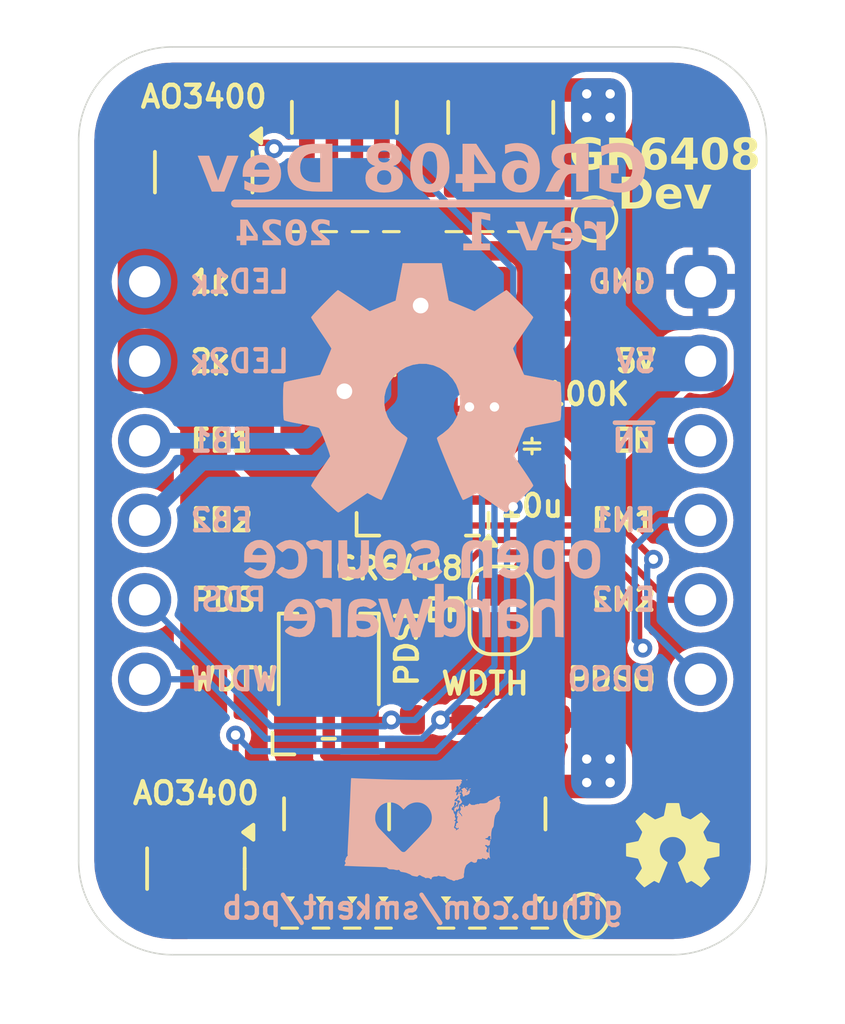
<source format=kicad_pcb>
(kicad_pcb (version 20240108) (generator "pcbnew") (generator_version "8.0")
  (layers (0 "F.Cu" signal) (31 "B.Cu" signal) (34 "B.Paste" user) (35 "F.Paste" user) (36 "B.SilkS" user "B.Silkscreen") (37 "F.SilkS" user "F.Silkscreen") (38 "B.Mask" user) (39 "F.Mask" user) (44 "Edge.Cuts" user))
  (net 0 "")
  (net 1 "+5V")
  (net 2 "GND")
  (net 3 "EN2")
  (net 4 "PDSO")
  (net 5 "EN1")
  (net 6 "ONBOARD_LED_EN")
  (net 7 "FB2")
  (net 8 "FB1")
  (net 9 "LED2_K")
  (net 10 "WIDTH")
  (net 11 "PDSI")
  (net 12 "LED1_K")
  (net 13 "Net-(JP1-B)")
  (net 14 "Net-(LED1-A)")
  (net 15 "Net-(LED2-A)")
  (net 16 "Net-(LED3-A)")
  (net 17 "Net-(LED4-A)")
  (net 18 "Net-(LED5-A)")
  (net 19 "Net-(LED6-A)")
  (net 20 "Net-(LED7-A)")
  (net 21 "Net-(LED8-A)")
  (net 22 "Net-(LED9-A)")
  (net 23 "Net-(LED10-A)")
  (net 24 "Net-(LED11-A)")
  (net 25 "Net-(LED12-A)")
  (net 26 "Net-(LED13-A)")
  (net 27 "Net-(LED14-A)")
  (net 28 "Net-(LED15-A)")
  (net 29 "Net-(LED16-A)")
  (net 30 "Net-(R1-Pad2)")
  (net 31 "Net-(R4-Pad2)")
  (net 38 "/LED1_K_PRE")
  (net 39 "/LED2_K_PRE")
  (footprint "discrete:R_0603_1608Metric" (layer "F.Cu") (at 125.25 65.25 -90)
    (property "Reference" "R7" (hide yes))
    (property "Value" "100K")
    (pad "1" smd roundrect (at -0.825 0 270) (size 0.8 0.95) (layers "F.Cu" "F.Paste" "F.Mask") (net 1 "+5V"))
    (pad "2" smd roundrect (at 0.825 0 270) (size 0.8 0.95) (layers "F.Cu" "F.Paste" "F.Mask") (net 6 "ONBOARD_LED_EN"))
  )
  (footprint "Resistor_SMD:R_Array_Convex_4x0603" (layer "F.Cu") (at 122.25 77 90)
    (property "Reference" "RN4" (hide yes))
    (property "Value" "1K")
    (pad "1" smd rect (at -0.9 -1.2 90) (size 0.8 0.5) (layers "F.Cu" "F.Paste" "F.Mask") (net 26 "Net-(LED13-A)"))
    (pad "2" smd rect (at -0.9 -0.4 90) (size 0.8 0.4) (layers "F.Cu" "F.Paste" "F.Mask") (net 27 "Net-(LED14-A)"))
    (pad "3" smd rect (at -0.9 0.4 90) (size 0.8 0.4) (layers "F.Cu" "F.Paste" "F.Mask") (net 28 "Net-(LED15-A)"))
    (pad "4" smd rect (at -0.9 1.2 90) (size 0.8 0.5) (layers "F.Cu" "F.Paste" "F.Mask") (net 29 "Net-(LED16-A)"))
    (pad "5" smd rect (at 0.9 1.2 90) (size 0.8 0.5) (layers "F.Cu" "F.Paste" "F.Mask") (net 1 "+5V"))
    (pad "6" smd rect (at 0.9 0.4 90) (size 0.8 0.4) (layers "F.Cu" "F.Paste" "F.Mask") (net 1 "+5V"))
    (pad "7" smd rect (at 0.9 -0.4 90) (size 0.8 0.4) (layers "F.Cu" "F.Paste" "F.Mask") (net 1 "+5V"))
    (pad "8" smd rect (at 0.9 -1.2 90) (size 0.8 0.5) (layers "F.Cu" "F.Paste" "F.Mask") (net 1 "+5V"))
  )
  (footprint "Resistor_SMD:R_Array_Convex_4x0603" (layer "F.Cu") (at 122.5 54.75 90)
    (property "Reference" "RN2" (hide yes))
    (property "Value" "1K")
    (pad "1" smd rect (at -0.9 -1.2 90) (size 0.8 0.5) (layers "F.Cu" "F.Paste" "F.Mask") (net 18 "Net-(LED5-A)"))
    (pad "2" smd rect (at -0.9 -0.4 90) (size 0.8 0.4) (layers "F.Cu" "F.Paste" "F.Mask") (net 19 "Net-(LED6-A)"))
    (pad "3" smd rect (at -0.9 0.4 90) (size 0.8 0.4) (layers "F.Cu" "F.Paste" "F.Mask") (net 20 "Net-(LED7-A)"))
    (pad "4" smd rect (at -0.9 1.2 90) (size 0.8 0.5) (layers "F.Cu" "F.Paste" "F.Mask") (net 21 "Net-(LED8-A)"))
    (pad "5" smd rect (at 0.9 1.2 90) (size 0.8 0.5) (layers "F.Cu" "F.Paste" "F.Mask") (net 1 "+5V"))
    (pad "6" smd rect (at 0.9 0.4 90) (size 0.8 0.4) (layers "F.Cu" "F.Paste" "F.Mask") (net 1 "+5V"))
    (pad "7" smd rect (at 0.9 -0.4 90) (size 0.8 0.4) (layers "F.Cu" "F.Paste" "F.Mask") (net 1 "+5V"))
    (pad "8" smd rect (at 0.9 -1.2 90) (size 0.8 0.5) (layers "F.Cu" "F.Paste" "F.Mask") (net 1 "+5V"))
  )
  (footprint "discrete:Potentiometer_3.8mmx3.0mm_Vertical" (layer "F.Cu") (at 117 72.5 90)
    (property "Reference" "RV1" (hide yes))
    (property "Value" "500K")
    (pad "1" smd rect (at -1.8 -1 90) (size 1.2 1.2) (layers "F.Cu" "F.Paste" "F.Mask") (net 1 "+5V"))
    (pad "2" smd rect (at 1.45 0 90) (size 1.5 1.6) (layers "F.Cu" "F.Paste" "F.Mask"))
    (pad "3" smd rect (at -1.8 1 90) (size 1.2 1.2) (layers "F.Cu" "F.Paste" "F.Mask") (net 11 "PDSI"))
  )
  (footprint "discrete:R_0603_1608Metric" (layer "F.Cu") (at 116.75 60 180)
    (property "Reference" "R3" (hide yes))
    (property "Value" "1R")
    (pad "1" smd roundrect (at -0.825 0 180) (size 0.8 0.95) (layers "F.Cu" "F.Paste" "F.Mask") (net 30 "Net-(R1-Pad2)"))
    (pad "2" smd roundrect (at 0.825 0 180) (size 0.8 0.95) (layers "F.Cu" "F.Paste" "F.Mask") (net 2 "GND"))
  )
  (footprint "discrete:R_0603_1608Metric" (layer "F.Cu") (at 123.25 60)
    (property "Reference" "R6" (hide yes))
    (property "Value" "1R")
    (pad "1" smd roundrect (at -0.825 0) (size 0.8 0.95) (layers "F.Cu" "F.Paste" "F.Mask") (net 31 "Net-(R4-Pad2)"))
    (pad "2" smd roundrect (at 0.825 0) (size 0.8 0.95) (layers "F.Cu" "F.Paste" "F.Mask") (net 2 "GND"))
  )
  (footprint "discrete:LED_0402_1005Metric" (layer "F.Cu") (at 116 57.5 90)
    (property "Reference" "LED1" (hide yes))
    (property "Value" "LED_Small")
    (pad "1" smd roundrect (at -0.485 0 90) (size 0.59 0.64) (layers "F.Cu" "F.Paste" "F.Mask") (net 38 "/LED1_K_PRE"))
    (pad "2" smd roundrect (at 0.485 0 90) (size 0.59 0.64) (layers "F.Cu" "F.Paste" "F.Mask") (net 14 "Net-(LED1-A)"))
  )
  (footprint "Package_TO_SOT_SMD:SOT-23" (layer "F.Cu") (at 113 56.5 -90)
    (property "Reference" "Q1" (hide yes))
    (property "Value" "AO3400A")
    (pad "1" smd roundrect (at -0.9375 -0.95 270) (size 1.475 0.6) (layers "F.Cu" "F.Paste" "F.Mask") (net 6 "ONBOARD_LED_EN"))
    (pad "2" smd roundrect (at -0.9375 0.95 270) (size 1.475 0.6) (layers "F.Cu" "F.Paste" "F.Mask") (net 12 "LED1_K"))
    (pad "3" smd roundrect (at 0.9375 0 270) (size 1.475 0.6) (layers "F.Cu" "F.Paste" "F.Mask") (net 38 "/LED1_K_PRE"))
  )
  (footprint "discrete:LED_0402_1005Metric" (layer "F.Cu") (at 123.75 79.75 90)
    (property "Reference" "LED16" (hide yes))
    (property "Value" "LED_Small")
    (pad "1" smd roundrect (at -0.485 0 90) (size 0.59 0.64) (layers "F.Cu" "F.Paste" "F.Mask") (net 39 "/LED2_K_PRE"))
    (pad "2" smd roundrect (at 0.485 0 90) (size 0.59 0.64) (layers "F.Cu" "F.Paste" "F.Mask") (net 29 "Net-(LED16-A)"))
  )
  (footprint "TestPoint:TestPoint_Pad_D1.0mm" (layer "F.Cu") (at 125.5 58)
    (property "Reference" "TP1" (hide yes))
    (property "Value" "TestPoint")
    (pad "1" smd circle (at 0 0) (size 1 1) (layers "F.Cu" "F.Mask") (net 38 "/LED1_K_PRE"))
  )
  (footprint "discrete:LED_0402_1005Metric" (layer "F.Cu") (at 116.75 79.75 90)
    (property "Reference" "LED10" (hide yes))
    (property "Value" "LED_Small")
    (pad "1" smd roundrect (at -0.485 0 90) (size 0.59 0.64) (layers "F.Cu" "F.Paste" "F.Mask") (net 39 "/LED2_K_PRE"))
    (pad "2" smd roundrect (at 0.485 0 90) (size 0.59 0.64) (layers "F.Cu" "F.Paste" "F.Mask") (net 23 "Net-(LED10-A)"))
  )
  (footprint "discrete:R_0603_1608Metric" (layer "F.Cu") (at 123.5 74)
    (property "Reference" "R9" (hide yes))
    (property "Value" "510K")
    (pad "1" smd roundrect (at -0.825 0) (size 0.8 0.95) (layers "F.Cu" "F.Paste" "F.Mask") (net 10 "WIDTH"))
    (pad "2" smd roundrect (at 0.825 0) (size 0.8 0.95) (layers "F.Cu" "F.Paste" "F.Mask") (net 2 "GND"))
  )
  (footprint "discrete:LED_0402_1005Metric" (layer "F.Cu") (at 120.75 79.75 90)
    (property "Reference" "LED13" (hide yes))
    (property "Value" "LED_Small")
    (pad "1" smd roundrect (at -0.485 0 90) (size 0.59 0.64) (layers "F.Cu" "F.Paste" "F.Mask") (net 39 "/LED2_K_PRE"))
    (pad "2" smd roundrect (at 0.485 0 90) (size 0.59 0.64) (layers "F.Cu" "F.Paste" "F.Mask") (net 26 "Net-(LED13-A)"))
  )
  (footprint "discrete:LED_0402_1005Metric" (layer "F.Cu") (at 124 57.5 90)
    (property "Reference" "LED8" (hide yes))
    (property "Value" "LED_Small")
    (pad "1" smd roundrect (at -0.485 0 90) (size 0.59 0.64) (layers "F.Cu" "F.Paste" "F.Mask") (net 38 "/LED1_K_PRE"))
    (pad "2" smd roundrect (at 0.485 0 90) (size 0.59 0.64) (layers "F.Cu" "F.Paste" "F.Mask") (net 21 "Net-(LED8-A)"))
  )
  (footprint "discrete:R_0603_1608Metric" (layer "F.Cu") (at 116.75 61.5 180)
    (property "Reference" "R2" (hide yes))
    (property "Value" "1R")
    (pad "1" smd roundrect (at -0.825 0 180) (size 0.8 0.95) (layers "F.Cu" "F.Paste" "F.Mask") (net 30 "Net-(R1-Pad2)"))
    (pad "2" smd roundrect (at 0.825 0 180) (size 0.8 0.95) (layers "F.Cu" "F.Paste" "F.Mask") (net 2 "GND"))
  )
  (footprint "discrete:R_0603_1608Metric" (layer "F.Cu") (at 119 60.75 90)
    (property "Reference" "R1" (hide yes))
    (property "Value" "1R")
    (pad "1" smd roundrect (at -0.825 0 90) (size 0.8 0.95) (layers "F.Cu" "F.Paste" "F.Mask") (net 8 "FB1"))
    (pad "2" smd roundrect (at 0.825 0 90) (size 0.8 0.95) (layers "F.Cu" "F.Paste" "F.Mask") (net 30 "Net-(R1-Pad2)"))
  )
  (footprint "discrete:R_0603_1608Metric" (layer "F.Cu") (at 120.5 74)
    (property "Reference" "R8" (hide yes))
    (property "Value" "2M")
    (pad "1" smd roundrect (at -0.825 0) (size 0.8 0.95) (layers "F.Cu" "F.Paste" "F.Mask") (net 11 "PDSI"))
    (pad "2" smd roundrect (at 0.825 0) (size 0.8 0.95) (layers "F.Cu" "F.Paste" "F.Mask") (net 10 "WIDTH"))
  )
  (footprint "discrete:LED_0402_1005Metric" (layer "F.Cu") (at 118.75 79.75 90)
    (property "Reference" "LED12" (hide yes))
    (property "Value" "LED_Small")
    (pad "1" smd roundrect (at -0.485 0 90) (size 0.59 0.64) (layers "F.Cu" "F.Paste" "F.Mask") (net 39 "/LED2_K_PRE"))
    (pad "2" smd roundrect (at 0.485 0 90) (size 0.59 0.64) (layers "F.Cu" "F.Paste" "F.Mask") (net 25 "Net-(LED12-A)"))
  )
  (footprint "TestPoint:TestPoint_Pad_D1.0mm" (layer "F.Cu") (at 125.25 80.25)
    (property "Reference" "TP2" (hide yes))
    (property "Value" "TestPoint")
    (pad "1" smd circle (at 0 0) (size 1 1) (layers "F.Cu" "F.Mask") (net 39 "/LED2_K_PRE"))
  )
  (footprint "discrete:LED_0402_1005Metric" (layer "F.Cu") (at 117.75 79.75 90)
    (property "Reference" "LED11" (hide yes))
    (property "Value" "LED_Small")
    (pad "1" smd roundrect (at -0.485 0 90) (size 0.59 0.64) (layers "F.Cu" "F.Paste" "F.Mask") (net 39 "/LED2_K_PRE"))
    (pad "2" smd roundrect (at 0.485 0 90) (size 0.59 0.64) (layers "F.Cu" "F.Paste" "F.Mask") (net 24 "Net-(LED11-A)"))
  )
  (footprint "discrete:LED_0402_1005Metric" (layer "F.Cu") (at 121.75 79.75 90)
    (property "Reference" "LED14" (hide yes))
    (property "Value" "LED_Small")
    (pad "1" smd roundrect (at -0.485 0 90) (size 0.59 0.64) (layers "F.Cu" "F.Paste" "F.Mask") (net 39 "/LED2_K_PRE"))
    (pad "2" smd roundrect (at 0.485 0 90) (size 0.59 0.64) (layers "F.Cu" "F.Paste" "F.Mask") (net 27 "Net-(LED14-A)"))
  )
  (footprint "discrete:C_0603_1608Metric" (layer "F.Cu") (at 123.5 65.25 -90)
    (property "Reference" "C1" (hide yes))
    (property "Value" "10u")
    (pad "1" smd roundrect (at -0.775 0 270) (size 0.9 0.95) (layers "F.Cu" "F.Paste" "F.Mask") (net 1 "+5V"))
    (pad "2" smd roundrect (at 0.775 0 270) (size 0.9 0.95) (layers "F.Cu" "F.Paste" "F.Mask") (net 2 "GND"))
  )
  (footprint "discrete:LED_0402_1005Metric" (layer "F.Cu") (at 121 57.5 90)
    (property "Reference" "LED5" (hide yes))
    (property "Value" "LED_Small")
    (pad "1" smd roundrect (at -0.485 0 90) (size 0.59 0.64) (layers "F.Cu" "F.Paste" "F.Mask") (net 38 "/LED1_K_PRE"))
    (pad "2" smd roundrect (at 0.485 0 90) (size 0.59 0.64) (layers "F.Cu" "F.Paste" "F.Mask") (net 18 "Net-(LED5-A)"))
  )
  (footprint "discrete:R_0603_1608Metric" (layer "F.Cu") (at 123.25 61.5)
    (property "Reference" "R5" (hide yes))
    (property "Value" "1R")
    (pad "1" smd roundrect (at -0.825 0) (size 0.8 0.95) (layers "F.Cu" "F.Paste" "F.Mask") (net 31 "Net-(R4-Pad2)"))
    (pad "2" smd roundrect (at 0.825 0) (size 0.8 0.95) (layers "F.Cu" "F.Paste" "F.Mask") (net 2 "GND"))
  )
  (footprint "Package_TO_SOT_SMD:SOT-23" (layer "F.Cu") (at 112.75 78.75 -90)
    (property "Reference" "Q2" (hide yes))
    (property "Value" "AO3400A")
    (pad "1" smd roundrect (at -0.9375 -0.95 270) (size 1.475 0.6) (layers "F.Cu" "F.Paste" "F.Mask") (net 6 "ONBOARD_LED_EN"))
    (pad "2" smd roundrect (at -0.9375 0.95 270) (size 1.475 0.6) (layers "F.Cu" "F.Paste" "F.Mask") (net 9 "LED2_K"))
    (pad "3" smd roundrect (at 0.9375 0 270) (size 1.475 0.6) (layers "F.Cu" "F.Paste" "F.Mask") (net 39 "/LED2_K_PRE"))
  )
  (footprint "discrete:LED_0402_1005Metric" (layer "F.Cu") (at 122 57.5 90)
    (property "Reference" "LED6" (hide yes))
    (property "Value" "LED_Small")
    (pad "1" smd roundrect (at -0.485 0 90) (size 0.59 0.64) (layers "F.Cu" "F.Paste" "F.Mask") (net 38 "/LED1_K_PRE"))
    (pad "2" smd roundrect (at 0.485 0 90) (size 0.59 0.64) (layers "F.Cu" "F.Paste" "F.Mask") (net 19 "Net-(LED6-A)"))
  )
  (footprint "discrete:LED_0402_1005Metric" (layer "F.Cu") (at 118 57.5 90)
    (property "Reference" "LED3" (hide yes))
    (property "Value" "LED_Small")
    (pad "1" smd roundrect (at -0.485 0 90) (size 0.59 0.64) (layers "F.Cu" "F.Paste" "F.Mask") (net 38 "/LED1_K_PRE"))
    (pad "2" smd roundrect (at 0.485 0 90) (size 0.59 0.64) (layers "F.Cu" "F.Paste" "F.Mask") (net 16 "Net-(LED3-A)"))
  )
  (footprint "discrete:LED_0402_1005Metric" (layer "F.Cu") (at 122.75 79.75 90)
    (property "Reference" "LED15" (hide yes))
    (property "Value" "LED_Small")
    (pad "1" smd roundrect (at -0.485 0 90) (size 0.59 0.64) (layers "F.Cu" "F.Paste" "F.Mask") (net 39 "/LED2_K_PRE"))
    (pad "2" smd roundrect (at 0.485 0 90) (size 0.59 0.64) (layers "F.Cu" "F.Paste" "F.Mask") (net 28 "Net-(LED15-A)"))
  )
  (footprint "Jumper:SolderJumper-2_P1.3mm_Open_RoundedPad1.0x1.5mm" (layer "F.Cu") (at 122.5 70.5 90)
    (property "Reference" "JP1" (hide yes))
    (property "Value" "SolderJumper_2_Open")
    (pad "1" smd custom (at -0.65 0 90) (size 1 0.5) (layers "F.Cu" "F.Mask") (net 2 "GND") (options (clearance outline) (anchor rect)) (primitives (gr_circle (center 0 0.25) (end 0.5 0.25) (width 0) (fill yes)) (gr_circle (center 0 -0.25) (end 0.5 -0.25) (width 0) (fill yes)) (gr_poly (pts (xy 0.5 0.75) (xy 0 0.75) (xy 0 -0.75) (xy 0.5 -0.75)) (width 0) (fill yes))))
    (pad "2" smd custom (at 0.65 0 90) (size 1 0.5) (layers "F.Cu" "F.Mask") (net 13 "Net-(JP1-B)") (options (clearance outline) (anchor rect)) (primitives (gr_circle (center 0 0.25) (end 0.5 0.25) (width 0) (fill yes)) (gr_circle (center 0 -0.25) (end 0.5 -0.25) (width 0) (fill yes)) (gr_poly (pts (xy 0 0.75) (xy -0.5 0.75) (xy -0.5 -0.75) (xy 0 -0.75)) (width 0) (fill yes))))
  )
  (footprint "graphics:oshw-logo-3mm" (layer "F.Cu") (at 128 78)
    (property "Reference" "G***" (hide yes))
    (property "Value" "LOGO" (hide yes))
  )
  (footprint "discrete:LED_0402_1005Metric" (layer "F.Cu") (at 119 57.5 90)
    (property "Reference" "LED4" (hide yes))
    (property "Value" "LED_Small")
    (pad "1" smd roundrect (at -0.485 0 90) (size 0.59 0.64) (layers "F.Cu" "F.Paste" "F.Mask") (net 38 "/LED1_K_PRE"))
    (pad "2" smd roundrect (at 0.485 0 90) (size 0.59 0.64) (layers "F.Cu" "F.Paste" "F.Mask") (net 17 "Net-(LED4-A)"))
  )
  (footprint "discrete:R_0603_1608Metric" (layer "F.Cu") (at 121 60.75 90)
    (property "Reference" "R4" (hide yes))
    (property "Value" "1R")
    (pad "1" smd roundrect (at -0.825 0 90) (size 0.8 0.95) (layers "F.Cu" "F.Paste" "F.Mask") (net 7 "FB2"))
    (pad "2" smd roundrect (at 0.825 0 90) (size 0.8 0.95) (layers "F.Cu" "F.Paste" "F.Mask") (net 31 "Net-(R4-Pad2)"))
  )
  (footprint "discrete:LED_0402_1005Metric" (layer "F.Cu") (at 115.75 79.75 90)
    (property "Reference" "LED9" (hide yes))
    (property "Value" "LED_Small")
    (pad "1" smd roundrect (at -0.485 0 90) (size 0.59 0.64) (layers "F.Cu" "F.Paste" "F.Mask") (net 39 "/LED2_K_PRE"))
    (pad "2" smd roundrect (at 0.485 0 90) (size 0.59 0.64) (layers "F.Cu" "F.Paste" "F.Mask") (net 22 "Net-(LED9-A)"))
  )
  (footprint "Package_DFN_QFN:QFN-16-1EP_4x4mm_P0.65mm_EP2.5x2.5mm" (layer "F.Cu") (at 120 66 180)
    (property "Reference" "U1" (hide yes))
    (property "Value" "GR6408")
    (pad "1" smd roundrect (at -1.9375 -0.975 180) (size 0.825 0.3) (layers "F.Cu" "F.Paste" "F.Mask"))
    (pad "2" smd roundrect (at -1.9375 -0.325 180) (size 0.825 0.3) (layers "F.Cu" "F.Paste" "F.Mask"))
    (pad "3" smd roundrect (at -1.9375 0.325 180) (size 0.825 0.3) (layers "F.Cu" "F.Paste" "F.Mask"))
    (pad "4" smd roundrect (at -1.9375 0.975 180) (size 0.825 0.3) (layers "F.Cu" "F.Paste" "F.Mask") (net 1 "+5V"))
    (pad "5" smd roundrect (at -0.975 1.9375 180) (size 0.3 0.825) (layers "F.Cu" "F.Paste" "F.Mask") (net 11 "PDSI"))
    (pad "6" smd roundrect (at -0.325 1.9375 180) (size 0.3 0.825) (layers "F.Cu" "F.Paste" "F.Mask") (net 10 "WIDTH"))
    (pad "7" smd roundrect (at 0.325 1.9375 180) (size 0.3 0.825) (layers "F.Cu" "F.Paste" "F.Mask") (net 2 "GND"))
    (pad "8" smd roundrect (at 0.975 1.9375 180) (size 0.3 0.825) (layers "F.Cu" "F.Paste" "F.Mask") (net 7 "FB2"))
    (pad "9" smd roundrect (at 1.9375 0.975 180) (size 0.825 0.3) (layers "F.Cu" "F.Paste" "F.Mask") (net 8 "FB1"))
    (pad "10" smd roundrect (at 1.9375 0.325 180) (size 0.825 0.3) (layers "F.Cu" "F.Paste" "F.Mask"))
    (pad "11" smd roundrect (at 1.9375 -0.325 180) (size 0.825 0.3) (layers "F.Cu" "F.Paste" "F.Mask") (net 12 "LED1_K"))
    (pad "12" smd roundrect (at 1.9375 -0.975 180) (size 0.825 0.3) (layers "F.Cu" "F.Paste" "F.Mask") (net 9 "LED2_K"))
    (pad "13" smd roundrect (at 0.975 -1.9375 180) (size 0.3 0.825) (layers "F.Cu" "F.Paste" "F.Mask"))
    (pad "14" smd roundrect (at 0.325 -1.9375 180) (size 0.3 0.825) (layers "F.Cu" "F.Paste" "F.Mask") (net 5 "EN1"))
    (pad "15" smd roundrect (at -0.325 -1.9375 180) (size 0.3 0.825) (layers "F.Cu" "F.Paste" "F.Mask") (net 3 "EN2"))
    (pad "16" smd roundrect (at -0.975 -1.9375 180) (size 0.3 0.825) (layers "F.Cu" "F.Paste" "F.Mask") (net 4 "PDSO"))
    (pad "17" smd rect (at 0 0 180) (size 2.5 2.5) (property pad_prop_heatsink) (layers "F.Cu" "F.Mask") (net 13 "Net-(JP1-B)"))
  )
  (footprint "discrete:LED_0402_1005Metric" (layer "F.Cu") (at 123 57.5 90)
    (property "Reference" "LED7" (hide yes))
    (property "Value" "LED_Small")
    (pad "1" smd roundrect (at -0.485 0 90) (size 0.59 0.64) (layers "F.Cu" "F.Paste" "F.Mask") (net 38 "/LED1_K_PRE"))
    (pad "2" smd roundrect (at 0.485 0 90) (size 0.59 0.64) (layers "F.Cu" "F.Paste" "F.Mask") (net 20 "Net-(LED7-A)"))
  )
  (footprint "Resistor_SMD:R_Array_Convex_4x0603" (layer "F.Cu") (at 117.5 54.75 90)
    (property "Reference" "RN1" (hide yes))
    (property "Value" "1K")
    (pad "1" smd rect (at -0.9 -1.2 90) (size 0.8 0.5) (layers "F.Cu" "F.Paste" "F.Mask") (net 14 "Net-(LED1-A)"))
    (pad "2" smd rect (at -0.9 -0.4 90) (size 0.8 0.4) (layers "F.Cu" "F.Paste" "F.Mask") (net 15 "Net-(LED2-A)"))
    (pad "3" smd rect (at -0.9 0.4 90) (size 0.8 0.4) (layers "F.Cu" "F.Paste" "F.Mask") (net 16 "Net-(LED3-A)"))
    (pad "4" smd rect (at -0.9 1.2 90) (size 0.8 0.5) (layers "F.Cu" "F.Paste" "F.Mask") (net 17 "Net-(LED4-A)"))
    (pad "5" smd rect (at 0.9 1.2 90) (size 0.8 0.5) (layers "F.Cu" "F.Paste" "F.Mask") (net 1 "+5V"))
    (pad "6" smd rect (at 0.9 0.4 90) (size 0.8 0.4) (layers "F.Cu" "F.Paste" "F.Mask") (net 1 "+5V"))
    (pad "7" smd rect (at 0.9 -0.4 90) (size 0.8 0.4) (layers "F.Cu" "F.Paste" "F.Mask") (net 1 "+5V"))
    (pad "8" smd rect (at 0.9 -1.2 90) (size 0.8 0.5) (layers "F.Cu" "F.Paste" "F.Mask") (net 1 "+5V"))
  )
  (footprint "Resistor_SMD:R_Array_Convex_4x0603" (layer "F.Cu") (at 117.25 77 90)
    (property "Reference" "RN3" (hide yes))
    (property "Value" "1K")
    (pad "1" smd rect (at -0.9 -1.2 90) (size 0.8 0.5) (layers "F.Cu" "F.Paste" "F.Mask") (net 22 "Net-(LED9-A)"))
    (pad "2" smd rect (at -0.9 -0.4 90) (size 0.8 0.4) (layers "F.Cu" "F.Paste" "F.Mask") (net 23 "Net-(LED10-A)"))
    (pad "3" smd rect (at -0.9 0.4 90) (size 0.8 0.4) (layers "F.Cu" "F.Paste" "F.Mask") (net 24 "Net-(LED11-A)"))
    (pad "4" smd rect (at -0.9 1.2 90) (size 0.8 0.5) (layers "F.Cu" "F.Paste" "F.Mask") (net 25 "Net-(LED12-A)"))
    (pad "5" smd rect (at 0.9 1.2 90) (size 0.8 0.5) (layers "F.Cu" "F.Paste" "F.Mask") (net 1 "+5V"))
    (pad "6" smd rect (at 0.9 0.4 90) (size 0.8 0.4) (layers "F.Cu" "F.Paste" "F.Mask") (net 1 "+5V"))
    (pad "7" smd rect (at 0.9 -0.4 90) (size 0.8 0.4) (layers "F.Cu" "F.Paste" "F.Mask") (net 1 "+5V"))
    (pad "8" smd rect (at 0.9 -1.2 90) (size 0.8 0.5) (layers "F.Cu" "F.Paste" "F.Mask") (net 1 "+5V"))
  )
  (footprint "discrete:LED_0402_1005Metric" (layer "F.Cu") (at 117 57.5 90)
    (property "Reference" "LED2" (hide yes))
    (property "Value" "LED_Small")
    (pad "1" smd roundrect (at -0.485 0 90) (size 0.59 0.64) (layers "F.Cu" "F.Paste" "F.Mask") (net 38 "/LED1_K_PRE"))
    (pad "2" smd roundrect (at 0.485 0 90) (size 0.59 0.64) (layers "F.Cu" "F.Paste" "F.Mask") (net 15 "Net-(LED2-A)"))
  )
  (footprint "graphics:wa-state-heart-5mm" (layer "B.Cu") (at 120 77.5 180)
    (property "Reference" "G***" (hide yes))
    (property "Value" "LOGO" (hide yes))
  )
  (footprint "Symbol:OSHW-Logo_11.4x12mm_SilkScreen" (layer "B.Cu") (at 120 65.375 180)
    (property "Reference" "REF**" (hide yes))
    (property "Value" "OSHW-Logo_11.4x12mm_SilkScreen" (hide yes))
  )
  (footprint "custom:PinHeader_1x06_P2.54mm_Vertical_simple" (layer "B.Cu") (at 111.11 60 180)
    (property "Reference" "J2" (hide yes))
    (property "Value" "Pin headers")
    (pad "1" thru_hole oval (at 0 0 180) (size 1.7 1.7) (drill 1) (layers "*.Cu" "*.Mask") (net 12 "LED1_K"))
    (pad "2" thru_hole oval (at 0 -2.54 180) (size 1.7 1.7) (drill 1) (layers "*.Cu" "*.Mask") (net 9 "LED2_K"))
    (pad "3" thru_hole oval (at 0 -5.08 180) (size 1.7 1.7) (drill 1) (layers "*.Cu" "*.Mask") (net 8 "FB1"))
    (pad "4" thru_hole oval (at 0 -7.62 180) (size 1.7 1.7) (drill 1) (layers "*.Cu" "*.Mask") (net 7 "FB2"))
    (pad "5" thru_hole oval (at 0 -10.16 180) (size 1.7 1.7) (drill 1) (layers "*.Cu" "*.Mask") (net 11 "PDSI"))
    (pad "6" thru_hole oval (at 0 -12.7 180) (size 1.7 1.7) (drill 1) (layers "*.Cu" "*.Mask") (net 10 "WIDTH"))
  )
  (footprint "custom:PinHeader_1x06_P2.54mm_Vertical_simple_pad1gnd" (layer "B.Cu") (at 128.89 60 180)
    (property "Reference" "J1" (hide yes))
    (property "Value" "Pin headers")
    (pad "1" thru_hole roundrect (at 0 0 180) (size 1.7 1.7) (drill 1) (layers "*.Cu" "*.Mask") (net 2 "GND"))
    (pad "2" thru_hole oval (at 0 -2.54 180) (size 1.7 1.7) (drill 1) (layers "*.Cu" "*.Mask") (net 1 "+5V"))
    (pad "3" thru_hole oval (at 0 -5.08 180) (size 1.7 1.7) (drill 1) (layers "*.Cu" "*.Mask") (net 6 "ONBOARD_LED_EN"))
    (pad "4" thru_hole oval (at 0 -7.62 180) (size 1.7 1.7) (drill 1) (layers "*.Cu" "*.Mask") (net 5 "EN1"))
    (pad "5" thru_hole oval (at 0 -10.16 180) (size 1.7 1.7) (drill 1) (layers "*.Cu" "*.Mask") (net 3 "EN2"))
    (pad "6" thru_hole oval (at 0 -12.7 180) (size 1.7 1.7) (drill 1) (layers "*.Cu" "*.Mask") (net 4 "PDSO"))
  )
  (gr_line (start 126 57.5) (end 114 57.5) (stroke (width 0.25)) (layer "B.SilkS"))
  (gr_arc (start 128 52.5) (mid 130.12132 53.37868) (end 131 55.5) (stroke (width 0.05)) (layer "Edge.Cuts"))
  (gr_arc (start 131 78.5) (mid 130.12132 80.62132) (end 128 81.5) (stroke (width 0.05)) (layer "Edge.Cuts"))
  (gr_line (start 131 55.5) (end 131 78.5) (stroke (width 0.05)) (layer "Edge.Cuts"))
  (gr_line (start 128 81.5) (end 112 81.5) (stroke (width 0.05)) (layer "Edge.Cuts"))
  (gr_line (start 109 78.5) (end 109 55.5) (stroke (width 0.05)) (layer "Edge.Cuts"))
  (gr_arc (start 109 55.5) (mid 109.87868 53.37868) (end 112 52.5) (stroke (width 0.05)) (layer "Edge.Cuts"))
  (gr_line (start 112 52.5) (end 128 52.5) (stroke (width 0.05)) (layer "Edge.Cuts"))
  (gr_arc (start 112 81.5) (mid 109.87868 80.62132) (end 109 78.5) (stroke (width 0.05)) (layer "Edge.Cuts"))
  (gr_text "PDSO" (at 127.54 72.7 0) (layer "B.SilkS") (effects (font (size 0.7 0.7) (thickness 0.14) (bold yes)) (justify left mirror)))
  (gr_text "github.com/smkent/pcb" (at 120 80 0) (layer "B.SilkS") (effects (font (size 0.7 0.7) (thickness 0.14) (bold yes)) (justify mirror)))
  (gr_text "LED1_{K}" (at 112.5 60 0) (layer "B.SilkS") (effects (font (size 0.7 0.7) (thickness 0.14) (bold yes)) (justify right mirror)))
  (gr_text "FB2" (at 112.5 67.62 0) (layer "B.SilkS") (effects (font (size 0.7 0.7) (thickness 0.14) (bold yes)) (justify right mirror)))
  (gr_text "rev 1" (at 126 58.5 0) (layer "B.SilkS") (effects (font (size 1.2 1.2) (thickness 0.24) (bold yes)) (justify left mirror)))
  (gr_text "WDTH" (at 112.5 72.7 0) (layer "B.SilkS") (effects (font (size 0.7 0.7) (thickness 0.14) (bold yes)) (justify right mirror)))
  (gr_text "EN2" (at 127.54 70.16 0) (layer "B.SilkS") (effects (font (size 0.7 0.7) (thickness 0.14) (bold yes)) (justify left mirror)))
  (gr_text "GND" (at 127.54 60 0) (layer "B.SilkS") (effects (font (size 0.7 0.7) (thickness 0.14) (bold yes)) (justify left mirror)))
  (gr_text "~{EN}" (at 127.54 65.08 0) (layer "B.SilkS") (effects (font (size 0.7 0.7) (thickness 0.14) (bold yes)) (justify left mirror)))
  (gr_text "FB1" (at 112.5 65.08 0) (layer "B.SilkS") (effects (font (size 0.7 0.7) (thickness 0.14) (bold yes)) (justify right mirror)))
  (gr_text "EN1" (at 127.54 67.62 0) (layer "B.SilkS") (effects (font (size 0.7 0.7) (thickness 0.14) (bold yes)) (justify left mirror)))
  (gr_text "PDSI" (at 112.5 70.16 0) (layer "B.SilkS") (effects (font (size 0.7 0.7) (thickness 0.14) (bold yes)) (justify right mirror)))
  (gr_text "GR6408 Dev" (at 120 56.5 0) (layer "B.SilkS") (effects (font (size 1.5 1.5) (thickness 0.3) (bold yes)) (justify mirror)))
  (gr_text "2024" (at 114 58.5 0) (layer "B.SilkS") (effects (font (size 0.8 0.8) (thickness 0.24) (bold yes)) (justify right mirror)))
  (gr_text "LED2_{K}" (at 112.5 62.54 0) (layer "B.SilkS") (effects (font (size 0.7 0.7) (thickness 0.14) (bold yes)) (justify right mirror)))
  (gr_text "5V" (at 127.54 62.54 0) (layer "B.SilkS") (effects (font (size 0.7 0.7) (thickness 0.14) (bold yes)) (justify left mirror)))
  (gr_text "AO3400" (at 112.75 76.75 0) (layer "F.SilkS") (effects (font (size 0.7 0.7) (thickness 0.14) (bold yes)) (justify bottom)))
  (gr_text "FB1" (at 118.25 62.25 0) (layer "F.SilkS") (effects (font (size 0.7 0.7) (thickness 0.14) (bold yes)) (justify top)))
  (gr_text "2_{K}" (at 112.5 62.54 0) (layer "F.SilkS") (effects (font (size 0.7 0.7) (thickness 0.14) (bold yes)) (justify left)))
  (gr_text "PDSI" (at 119.5 73 90) (layer "F.SilkS") (effects (font (size 0.7 0.7) (thickness 0.14) (bold yes)) (justify left)))
  (gr_text "100K" (at 125.25 64 0) (layer "F.SilkS") (effects (font (size 0.7 0.7) (thickness 0.14) (bold yes)) (justify bottom)))
  (gr_text "FB2" (at 121.75 62.25 0) (layer "F.SilkS") (effects (font (size 0.7 0.7) (thickness 0.14) (bold yes)) (justify top)))
  (gr_text "EN1" (at 127.54 67.62 0) (layer "F.SilkS") (effects (font (size 0.7 0.7) (thickness 0.14) (bold yes)) (justify right)))
  (gr_text "PDSI" (at 112.5 70.16 0) (layer "F.SilkS") (effects (font (size 0.7 0.7) (thickness 0.14) (bold yes)) (justify left)))
  (gr_text "GR6408" (at 119.25 68.75 0) (layer "F.SilkS") (effects (font (size 0.7 0.7) (thickness 0.14) (bold yes)) (justify top)))
  (gr_text "1_{K}" (at 112.5 60 0) (layer "F.SilkS") (effects (font (size 0.7 0.7) (thickness 0.14) (bold yes)) (justify left)))
  (gr_text "5V" (at 127.54 62.54 0) (layer "F.SilkS") (effects (font (size 0.7 0.7) (thickness 0.14) (bold yes)) (justify right)))
  (gr_text "10u" (at 123.5 66.75 0) (layer "F.SilkS") (effects (font (size 0.7 0.7) (thickness 0.14) (bold yes)) (justify top)))
  (gr_text "FB1" (at 112.5 65.08 0) (layer "F.SilkS") (effects (font (size 0.7 0.7) (thickness 0.14) (bold yes)) (justify left)))
  (gr_text "WDTH" (at 112.5 72.7 0) (layer "F.SilkS") (effects (font (size 0.7 0.7) (thickness 0.14) (bold yes)) (justify left)))
  (gr_text "~{EN}" (at 127.54 65.08 0) (layer "F.SilkS") (effects (font (size 0.7 0.7) (thickness 0.14) (bold yes)) (justify right)))
  (gr_text "WDTH" (at 122 73.25 0) (layer "F.SilkS") (effects (font (size 0.7 0.7) (thickness 0.14) (bold yes)) (justify bottom)))
  (gr_text "PDSO" (at 127.54 72.7 0) (layer "F.SilkS") (effects (font (size 0.7 0.7) (thickness 0.14) (bold yes)) (justify right)))
  (gr_text "EN2" (at 127.54 70.16 0) (layer "F.SilkS") (effects (font (size 0.7 0.7) (thickness 0.14) (bold yes)) (justify right)))
  (gr_text "AO3400" (at 113 54.5 0) (layer "F.SilkS") (effects (font (size 0.7 0.7) (thickness 0.14) (bold yes)) (justify bottom)))
  (gr_text "FB2" (at 112.5 67.62 0) (layer "F.SilkS") (effects (font (size 0.7 0.7) (thickness 0.14) (bold yes)) (justify left)))
  (gr_text "GR6408" (at 127.75 56 0) (layer "F.SilkS") (effects (font (size 1 1) (thickness 0.25) (bold yes))))
  (gr_text "GND" (at 127.54 60 0) (layer "F.SilkS") (effects (font (size 0.7 0.7) (thickness 0.14) (bold yes)) (justify right)))
  (gr_text "EP" (at 121.5 70.5 0) (layer "F.SilkS") (effects (font (size 0.7 0.7) (thickness 0.14) (bold yes)) (justify right)))
  (gr_text "Dev" (at 127.75 57.25 0) (layer "F.SilkS") (effects (font (size 1 1) (thickness 0.25) (bold yes))))
  (via (at 125.25 54) (size 0.6) (drill 0.3) (layers "F.Cu" "B.Cu") (net 1))
  (via (at 126 54) (size 0.6) (drill 0.3) (layers "F.Cu" "B.Cu") (net 1))
  (via (at 126 75.25) (size 0.6) (drill 0.3) (layers "F.Cu" "B.Cu") (net 1))
  (via (at 126 76) (size 0.6) (drill 0.3) (layers "F.Cu" "B.Cu") (net 1))
  (via (at 125.25 75.25) (size 0.6) (drill 0.3) (layers "F.Cu" "B.Cu") (net 1))
  (via (at 125.25 54.75) (size 0.6) (drill 0.3) (layers "F.Cu" "B.Cu") (net 1))
  (via (at 125.25 76) (size 0.6) (drill 0.3) (layers "F.Cu" "B.Cu") (net 1))
  (via (at 126 54.75) (size 0.6) (drill 0.3) (layers "F.Cu" "B.Cu") (net 1))
  (segment (start 120.325 67.9375) (end 120.325 68.349999) (width 0.2) (layer "F.Cu") (net 3))
  (segment (start 125.91934 68.25) (end 127.82934 70.16) (width 0.2) (layer "F.Cu") (net 3))
  (segment (start 120.625001 68.65) (end 121.20741 68.65) (width 0.2) (layer "F.Cu") (net 3))
  (segment (start 127.82934 70.16) (end 128.89 70.16) (width 0.2) (layer "F.Cu") (net 3))
  (segment (start 120.325 68.349999) (end 120.625001 68.65) (width 0.2) (layer "F.Cu") (net 3))
  (segment (start 121.20741 68.65) (end 121.60741 68.25) (width 0.2) (layer "F.Cu") (net 3))
  (segment (start 121.60741 68.25) (end 125.91934 68.25) (width 0.2) (layer "F.Cu") (net 3))
  (segment (start 121.124999 67.787501) (end 126.305371 67.787501) (width 0.2) (layer "F.Cu") (net 4))
  (segment (start 126.305371 67.787501) (end 127.383935 68.866065) (width 0.2) (layer "F.Cu") (net 4))
  (segment (start 120.975 67.9375) (end 121.124999 67.787501) (width 0.2) (layer "F.Cu") (net 4))
  (via (at 127.383935 68.866065) (size 0.6) (drill 0.3) (layers "F.Cu" "B.Cu") (net 4))
  (segment (start 127.383935 68.866065) (end 127.183935 69.066065) (width 0.2) (layer "B.Cu") (net 4))
  (segment (start 127.183935 70.993935) (end 128.89 72.7) (width 0.2) (layer "B.Cu") (net 4))
  (segment (start 127.183935 69.066065) (end 127.183935 70.993935) (width 0.2) (layer "B.Cu") (net 4))
  (segment (start 120.375001 69.05) (end 121.373096 69.05) (width 0.2) (layer "F.Cu") (net 5))
  (segment (start 126.801827 69.698173) (end 126.926827 69.823173) (width 0.2) (layer "F.Cu") (net 5))
  (segment (start 119.675 67.9375) (end 119.675 68.349999) (width 0.2) (layer "F.Cu") (net 5))
  (segment (start 125.753654 68.65) (end 126.801827 69.698173) (width 0.2) (layer "F.Cu") (net 5))
  (segment (start 119.675 68.349999) (end 120.375001 69.05) (width 0.2) (layer "F.Cu") (net 5))
  (segment (start 121.773096 68.65) (end 125.753654 68.65) (width 0.2) (layer "F.Cu") (net 5))
  (segment (start 121.373096 69.05) (end 121.773096 68.65) (width 0.2) (layer "F.Cu") (net 5))
  (segment (start 126.926827 71.585357) (end 127.045735 71.704265) (width 0.2) (layer "F.Cu") (net 5))
  (segment (start 126.926827 69.823173) (end 126.926827 71.585357) (width 0.2) (layer "F.Cu") (net 5))
  (via (at 127.045735 71.704265) (size 0.6) (drill 0.3) (layers "F.Cu" "B.Cu") (net 5))
  (segment (start 126.783935 71.442465) (end 126.783935 68.466065) (width 0.2) (layer "B.Cu") (net 5))
  (segment (start 127.045735 71.704265) (end 126.783935 71.442465) (width 0.2) (layer "B.Cu") (net 5))
  (segment (start 126.783935 68.466065) (end 127.63 67.62) (width 0.2) (layer "B.Cu") (net 5))
  (segment (start 127.63 67.62) (end 128.89 67.62) (width 0.2) (layer "B.Cu") (net 5))
  (segment (start 114.017892 76.363358) (end 113.7 76.68125) (width 0.2) (layer "F.Cu") (net 6))
  (segment (start 122.725 67.012498) (end 122.725 65.576304) (width 0.2) (layer "F.Cu") (net 6))
  (segment (start 113.7 76.68125) (end 113.7 77.8125) (width 0.2) (layer "F.Cu") (net 6))
  (segment (start 126.67 65.08) (end 128.89 65.08) (width 0.2) (layer "F.Cu") (net 6))
  (segment (start 122.900003 67.187501) (end 122.725 67.012498) (width 0.2) (layer "F.Cu") (net 6))
  (segment (start 124.425 65.25) (end 125.25 66.075) (width 0.2) (layer "F.Cu") (net 6))
  (segment (start 122.725 65.576304) (end 123.051304 65.25) (width 0.2) (layer "F.Cu") (net 6))
  (segment (start 125.675 66.075) (end 126.67 65.08) (width 0.2) (layer "F.Cu") (net 6))
  (segment (start 114.017892 74.482108) (end 114.017892 76.363358) (width 0.2) (layer "F.Cu") (net 6))
  (segment (start 113.95 55.5625) (end 115.0625 55.5625) (width 0.2) (layer "F.Cu") (net 6))
  (segment (start 123.051304 65.25) (end 124.425 65.25) (width 0.2) (layer "F.Cu") (net 6))
  (segment (start 125.25 66.075) (end 125.675 66.075) (width 0.2) (layer "F.Cu") (net 6))
  (segment (start 115.0625 55.5625) (end 115.25 55.75) (width 0.2) (layer "F.Cu") (net 6))
  (via (at 122.900003 67.187501) (size 0.6) (drill 0.3) (layers "F.Cu" "B.Cu") (net 6))
  (via (at 114.017892 74.482108) (size 0.6) (drill 0.3) (layers "F.Cu" "B.Cu") (net 6))
  (via (at 115.25 55.75) (size 0.6) (drill 0.3) (layers "F.Cu" "B.Cu") (net 6))
  (segment (start 122.700003 72.723526) (end 120.423529 75) (width 0.2) (layer "B.Cu") (net 6))
  (segment (start 122.75 64.398532) (end 122.75 67.037498) (width 0.2) (layer "B.Cu") (net 6))
  (segment (start 122.900003 64.248529) (end 122.75 64.398532) (width 0.2) (layer "B.Cu") (net 6))
  (segment (start 122.75 67.037498) (end 122.900003 67.187501) (width 0.2) (layer "B.Cu") (net 6))
  (segment (start 119.050006 55.75) (end 122.900003 59.599997) (width 0.2) (layer "B.Cu") (net 6))
  (segment (start 114.535784 75) (end 114.017892 74.482108) (width 0.2) (layer "B.Cu") (net 6))
  (segment (start 122.900003 59.599997) (end 122.900003 64.248529) (width 0.2) (layer "B.Cu") (net 6))
  (segment (start 122.900003 67.187501) (end 122.700003 67.387501) (width 0.2) (layer "B.Cu") (net 6))
  (segment (start 120.423529 75) (end 114.535784 75) (width 0.2) (layer "B.Cu") (net 6))
  (segment (start 122.700003 67.387501) (end 122.700003 72.723526) (width 0.2) (layer "B.Cu") (net 6))
  (segment (start 115.25 55.75) (end 119.050006 55.75) (width 0.2) (layer "B.Cu") (net 6))
  (segment (start 119.025 62.725) (end 119.025 64.0625) (width 0.5) (layer "F.Cu") (net 7))
  (segment (start 119.54978 62.425) (end 119.325 62.425) (width 0.5) (layer "F.Cu") (net 7))
  (segment (start 119.325 62.425) (end 119.025 62.725) (width 0.5) (layer "F.Cu") (net 7))
  (segment (start 119.76222 60.937441) (end 119.925 61.10022) (width 0.5) (layer "F.Cu") (net 7))
  (segment (start 119.925 61.10022) (end 119.925 62.04978) (width 0.5) (layer "F.Cu") (net 7))
  (segment (start 120.752089 61.575) (end 121 61.575) (width 0.5) (layer "F.Cu") (net 7))
  (segment (start 119.938375 60.761286) (end 120.752089 61.575) (width 0.5) (layer "F.Cu") (net 7))
  (segment (start 119.925 62.04978) (end 119.54978 62.425) (width 0.5) (layer "F.Cu") (net 7))
  (segment (start 119.938375 60.761286) (end 119.76222 60.937441) (width 0.5) (layer "F.Cu") (net 7))
  (via (at 119.938375 60.761286) (size 1) (drill 0.5) (layers "F.Cu" "B.Cu") (net 7))
  (segment (start 112.95 65.78) (end 111.11 67.62) (width 0.5) (layer "B.Cu") (net 7))
  (segment (start 118.75 63.593503) (end 116.563503 65.78) (width 0.5) (layer "B.Cu") (net 7))
  (segment (start 116.563503 65.78) (end 112.95 65.78) (width 0.5) (layer "B.Cu") (net 7))
  (segment (start 119.938375 60.761286) (end 118.75 61.949661) (width 0.5) (layer "B.Cu") (net 7))
  (segment (start 118.75 61.949661) (end 118.75 63.593503) (width 0.5) (layer "B.Cu") (net 7))
  (segment (start 118.925 61.575) (end 117.5 63) (width 0.5) (layer "F.Cu") (net 8))
  (segment (start 117.5 64.4625) (end 118.0625 65.025) (width 0.5) (layer "F.Cu") (net 8))
  (segment (start 119 61.575) (end 118.925 61.575) (width 0.5) (layer "F.Cu") (net 8))
  (segment (start 117.5 63) (end 117.5 64.4625) (width 0.5) (layer "F.Cu") (net 8))
  (via (at 117.5 63.5) (size 1) (drill 0.5) (layers "F.Cu" "B.Cu") (net 8))
  (segment (start 117.5 63.5) (end 117.5 63.853553) (width 0.5) (layer "B.Cu") (net 8))
  (segment (start 117.5 63.853553) (end 116.273553 65.08) (width 0.5) (layer "B.Cu") (net 8))
  (segment (start 116.273553 65.08) (end 111.11 65.08) (width 0.5) (layer "B.Cu") (net 8))
  (segment (start 122.300003 63.900003) (end 122.300003 64) (width 0.2) (layer "F.Cu") (net 10))
  (segment (start 121.325 74) (end 122.675 74) (width 0.2) (layer "F.Cu") (net 10))
  (segment (start 120.74259 63.35) (end 121.75 63.35) (width 0.2) (layer "F.Cu") (net 10))
  (segment (start 121.75 63.35) (end 122.300003 63.900003) (width 0.2) (layer "F.Cu") (net 10))
  (segment (start 120.325 64.0625) (end 120.325 63.76759) (width 0.2) (layer "F.Cu") (net 10))
  (segment (start 120.575 74) (end 121.325 74) (width 0.2) (layer "F.Cu") (net 10))
  (segment (start 120.325 63.76759) (end 120.74259 63.35) (width 0.2) (layer "F.Cu") (net 10))
  (via (at 122.300003 64) (size 0.6) (drill 0.3) (layers "F.Cu" "B.Cu") (net 10))
  (via (at 120.575 74) (size 0.6) (drill 0.3) (layers "F.Cu" "B.Cu") (net 10))
  (segment (start 119.975 74.6) (end 114.984314 74.6) (width 0.2) (layer "B.Cu") (net 10))
  (segment (start 120.575 74) (end 119.975 74.6) (width 0.2) (layer "B.Cu") (net 10))
  (segment (start 122.300003 64) (end 122.300003 72.274997) (width 0.2) (layer "B.Cu") (net 10))
  (segment (start 113.084314 72.7) (end 111.11 72.7) (width 0.2) (layer "B.Cu") (net 10))
  (segment (start 114.984314 74.6) (end 113.084314 72.7) (width 0.2) (layer "B.Cu") (net 10))
  (segment (start 122.300003 72.274997) (end 120.575 74) (width 0.2) (layer "B.Cu") (net 10))
  (segment (start 118.15 74) (end 118 74.15) (width 0.2) (layer "F.Cu") (net 11))
  (segment (start 119.675 74) (end 119 74) (width 0.2) (layer "F.Cu") (net 11))
  (segment (start 119 74) (end 118.15 74) (width 0.2) (layer "F.Cu") (net 11))
  (segment (start 121.4375 64.0625) (end 121.5 64) (width 0.2) (layer "F.Cu") (net 11))
  (segment (start 120.975 64.0625) (end 121.4375 64.0625) (width 0.2) (layer "F.Cu") (net 11))
  (via (at 121.5 64) (size 0.6) (drill 0.3) (layers "F.Cu" "B.Cu") (net 11))
  (via (at 119 74) (size 0.6) (drill 0.3) (layers "F.Cu" "B.Cu") (net 11))
  (segment (start 121.5 64.282843) (end 121.900003 64.682846) (width 0.2) (layer "B.Cu") (net 11))
  (segment (start 119.75 74) (end 119 74) (width 0.2) (layer "B.Cu") (net 11))
  (segment (start 121.900003 71.849997) (end 120.35 73.4) (width 0.2) (layer "B.Cu") (net 11))
  (segment (start 119.975 73.751471) (end 119.975 73.775) (width 0.2) (layer "B.Cu") (net 11))
  (segment (start 120.326471 73.4) (end 119.975 73.751471) (width 0.2) (layer "B.Cu") (net 11))
  (segment (start 119 74) (end 118.8 74.2) (width 0.2) (layer "B.Cu") (net 11))
  (segment (start 121.5 64) (end 121.5 64.282843) (width 0.2) (layer "B.Cu") (net 11))
  (segment (start 120.35 73.4) (end 120.326471 73.4) (width 0.2) (layer "B.Cu") (net 11))
  (segment (start 121.900003 64.682846) (end 121.900003 71.849997) (width 0.2) (layer "B.Cu") (net 11))
  (segment (start 118.8 74.2) (end 115.15 74.2) (width 0.2) (layer "B.Cu") (net 11))
  (segment (start 119.975 73.775) (end 119.75 74) (width 0.2) (layer "B.Cu") (net 11))
  (segment (start 115.15 74.2) (end 111.11 70.16) (width 0.2) (layer "B.Cu") (net 11))
  (segment (start 118.79259 68.65) (end 118.575 68.43241) (width 0.2) (layer "F.Cu") (net 13))
  (segment (start 118.575 68.43241) (end 118.575 67.425) (width 0.2) (layer "F.Cu") (net 13))
  (segment (start 119.409316 68.65) (end 118.79259 68.65) (width 0.2) (layer "F.Cu") (net 13))
  (segment (start 122.5 69.85) (end 122.15 69.5) (width 0.2) (layer "F.Cu") (net 13))
  (segment (start 120.259316 69.5) (end 119.409316 68.65) (width 0.2) (layer "F.Cu") (net 13))
  (segment (start 122.15 69.5) (end 120.259316 69.5) (width 0.2) (layer "F.Cu") (net 13))
  (segment (start 118.575 67.425) (end 120 66) (width 0.2) (layer "F.Cu") (net 13))
  (segment (start 116.3 56.715) (end 116 57.015) (width 0.2) (layer "F.Cu") (net 14))
  (segment (start 116.3 55.65) (end 116.3 56.715) (width 0.2) (layer "F.Cu") (net 14))
  (segment (start 117.1 56.915) (end 117 57.015) (width 0.2) (layer "F.Cu") (net 15))
  (segment (start 117.1 55.65) (end 117.1 56.915) (width 0.2) (layer "F.Cu") (net 15))
  (segment (start 117.9 55.65) (end 117.9 56.915) (width 0.2) (layer "F.Cu") (net 16))
  (segment (start 117.9 56.915) (end 118 57.015) (width 0.2) (layer "F.Cu") (net 16))
  (segment (start 118.7 55.65) (end 118.7 56.715) (width 0.2) (layer "F.Cu") (net 17))
  (segment (start 118.7 56.715) (end 119 57.015) (width 0.2) (layer "F.Cu") (net 17))
  (segment (start 121.3 55.65) (end 121.3 56.715) (width 0.2) (layer "F.Cu") (net 18))
  (segment (start 121.3 56.715) (end 121 57.015) (width 0.2) (layer "F.Cu") (net 18))
  (segment (start 122.1 56.915) (end 122 57.015) (width 0.2) (layer "F.Cu") (net 19))
  (segment (start 122.1 55.65) (end 122.1 56.915) (width 0.2) (layer "F.Cu") (net 19))
  (segment (start 122.9 56.915) (end 123 57.015) (width 0.2) (layer "F.Cu") (net 20))
  (segment (start 122.9 55.65) (end 122.9 56.915) (width 0.2) (layer "F.Cu") (net 20))
  (segment (start 123.7 56.715) (end 124 57.015) (width 0.2) (layer "F.Cu") (net 21))
  (segment (start 123.7 55.65) (end 123.7 56.715) (width 0.2) (layer "F.Cu") (net 21))
  (segment (start 116.05 78.965) (end 115.75 79.265) (width 0.2) (layer "F.Cu") (net 22))
  (segment (start 116.05 77.9) (end 116.05 78.965) (width 0.2) (layer "F.Cu") (net 22))
  (segment (start 116.85 79.165) (end 116.75 79.265) (width 0.2) (layer "F.Cu") (net 23))
  (segment (start 116.85 77.9) (end 116.85 79.165) (width 0.2) (layer "F.Cu") (net 23))
  (segment (start 117.65 77.9) (end 117.65 79.165) (width 0.2) (layer "F.Cu") (net 24))
  (segment (start 117.65 79.165) (end 117.75 79.265) (width 0.2) (layer "F.Cu") (net 24))
  (segment (start 118.45 78.965) (end 118.75 79.265) (width 0.2) (layer "F.Cu") (net 25))
  (segment (start 118.45 77.9) (end 118.45 78.965) (width 0.2) (layer "F.Cu") (net 25))
  (segment (start 121.05 78.965) (end 120.75 79.265) (width 0.2) (layer "F.Cu") (net 26))
  (segment (start 121.05 77.9) (end 121.05 78.965) (width 0.2) (layer "F.Cu") (net 26))
  (segment (start 121.85 79.165) (end 121.75 79.265) (width 0.2) (layer "F.Cu") (net 27))
  (segment (start 121.85 77.9) (end 121.85 79.165) (width 0.2) (layer "F.Cu") (net 27))
  (segment (start 122.65 77.9) (end 122.65 79.165) (width 0.2) (layer "F.Cu") (net 28))
  (segment (start 122.65 79.165) (end 122.75 79.265) (width 0.2) (layer "F.Cu") (net 28))
  (segment (start 123.45 77.9) (end 123.45 78.965) (width 0.2) (layer "F.Cu") (net 29))
  (segment (start 123.45 78.965) (end 123.75 79.265) (width 0.2) (layer "F.Cu") (net 29))
  (segment (start 119 59.925) (end 117.65 59.925) (width 0.5) (layer "F.Cu") (net 30))
  (segment (start 117.65 59.925) (end 117.575 60) (width 0.5) (layer "F.Cu") (net 30))
  (segment (start 117.575 61.5) (end 117.575 60) (width 0.5) (layer "F.Cu") (net 30))
  (segment (start 122.35 59.925) (end 122.425 60) (width 0.5) (layer "F.Cu") (net 31))
  (segment (start 122.425 61.5) (end 122.425 60) (width 0.5) (layer "F.Cu") (net 31))
  (segment (start 121 59.925) (end 122.35 59.925) (width 0.5) (layer "F.Cu") (net 31))
  (zone (net 9) (net_name "LED2_K") (layer "F.Cu") (priority 1) (connect_pads yes (clearance 0)) (min_thickness 0.25) (fill yes (thermal_gap 0.25) (thermal_bridge_width 0.5) (smoothing fillet) (radius 0.5))
    (polygon (pts (xy 111 78.75) (xy 113.25 78.75) (xy 113.25 76.75) (xy 113.75 76.25) (xy 113.75 68.75) (xy 114.75 67.75) (xy 118.5 67.75) (xy 118.5 66.75) (xy 114.75 66.75) (xy 113.75 65.75) (xy 113.75 62.75) (xy 112.5 61.5) (xy 110.25 61.5) (xy 110.25 63.5) (xy 111 63.5) (xy 112.25 64.75) (xy 112.25 73.75) (xy 111 75)))
  )
  (zone (net 38) (net_name "/LED1_K_PRE") (layer "F.Cu") (priority 1) (connect_pads yes (clearance 0)) (min_thickness 0.25) (fill yes (thermal_gap 0.25) (thermal_bridge_width 0.5) (smoothing fillet) (radius 0.5))
    (polygon (pts (xy 112.75 56.75) (xy 114 56.75) (xy 114.75 57.5) (xy 126 57.5) (xy 126 58.5) (xy 112.75 58.5)))
  )
  (zone (net 12) (net_name "LED1_K") (layer "F.Cu") (priority 1) (connect_pads yes (clearance 0)) (min_thickness 0.25) (fill yes (thermal_gap 0.25) (thermal_bridge_width 0.5) (smoothing fillet) (radius 0.5))
    (polygon (pts (xy 110.25 61.25) (xy 112.5 61.25) (xy 114 62.75) (xy 114 65.75) (xy 114.75 66.5) (xy 118.5 66.5) (xy 118.5 65.75) (xy 116 65.75) (xy 115.25 65) (xy 115.25 61.25) (xy 112.5 58.5) (xy 112.5 54.75) (xy 110.25 54.75)))
  )
  (zone (net 1) (net_name "+5V") (layer "F.Cu") (priority 2) (connect_pads yes (clearance 0)) (min_thickness 0.25) (fill yes (thermal_gap 0.25) (thermal_bridge_width 0.5) (smoothing fillet) (radius 0.5))
    (polygon (pts (xy 115.75 75.75) (xy 115.25 75.25) (xy 115.25 73.25) (xy 116.5 73.25) (xy 116.5 75.25) (xy 117 75.75) (xy 124.75 75.75) (xy 124.75 74.75) (xy 126.5 74.75) (xy 126.5 76.5) (xy 115.75 76.5)))
  )
  (zone (net 1) (net_name "+5V") (layer "F.Cu") (priority 2) (connect_pads yes (clearance 0)) (min_thickness 0.25) (fill yes (thermal_gap 0.25) (thermal_bridge_width 0.5) (smoothing fillet) (radius 0.5))
    (polygon (pts (xy 121.5 65.25) (xy 121.5 64) (xy 125.75 64) (xy 128 61.75) (xy 129.75 61.75) (xy 129.75 63.25) (xy 128.5 63.25) (xy 126.5 65.25)))
  )
  (zone (net 39) (net_name "/LED2_K_PRE") (layer "F.Cu") (priority 1) (connect_pads yes (clearance 0)) (min_thickness 0.25) (fill yes (thermal_gap 0.25) (thermal_bridge_width 0.5) (smoothing fillet) (radius 0.5))
    (polygon (pts (xy 112.5 79) (xy 113.75 79) (xy 114.5 79.75) (xy 125.75 79.75) (xy 125.75 80.75) (xy 112.5 80.75)))
  )
  (zone (net 2) (net_name "GND") (layer "F.Cu") (priority 1) (connect_pads yes (clearance 0)) (min_thickness 0.25) (fill yes (thermal_gap 0.25) (thermal_bridge_width 0.5) (smoothing fillet) (radius 0.5))
    (polygon (pts (xy 119.25 64.5) (xy 120.25 64.5) (xy 120.25 62.5) (xy 119.25 62.5)))
  )
  (zone (net 1) (net_name "+5V") (layer "F.Cu") (priority 2) (connect_pads yes (clearance 0)) (min_thickness 0.25) (fill yes (thermal_gap 0.25) (thermal_bridge_width 0.5) (smoothing fillet) (radius 0.5))
    (polygon (pts (xy 116 53.5) (xy 126.5 53.5) (xy 126.5 55.25) (xy 124.75 55.25) (xy 124.75 54.25) (xy 116 54.25)))
  )
  (zone (net 2) (net_name "GND") (layers "F&B.Cu") (connect_pads (clearance 0)) (min_thickness 0.25) (fill yes (thermal_gap 0.25) (thermal_bridge_width 0.5))
    (polygon (pts (xy 108 51) (xy 132 51) (xy 132 83) (xy 108 83)))
  )
  (zone (net 1) (net_name "+5V") (layer "B.Cu") (priority 2) (connect_pads yes (clearance 0)) (min_thickness 0.25) (fill yes (thermal_gap 0.25) (thermal_bridge_width 0.5) (smoothing fillet) (radius 0.5))
    (polygon (pts (xy 126.5 76.5) (xy 126.5 64.5) (xy 127.5 63.5) (xy 129.75 63.5) (xy 129.75 61.75) (xy 127.5 61.75) (xy 126.5 60.75) (xy 126.5 53.5) (xy 124.75 53.5) (xy 124.75 76.5)))
  )
)
</source>
